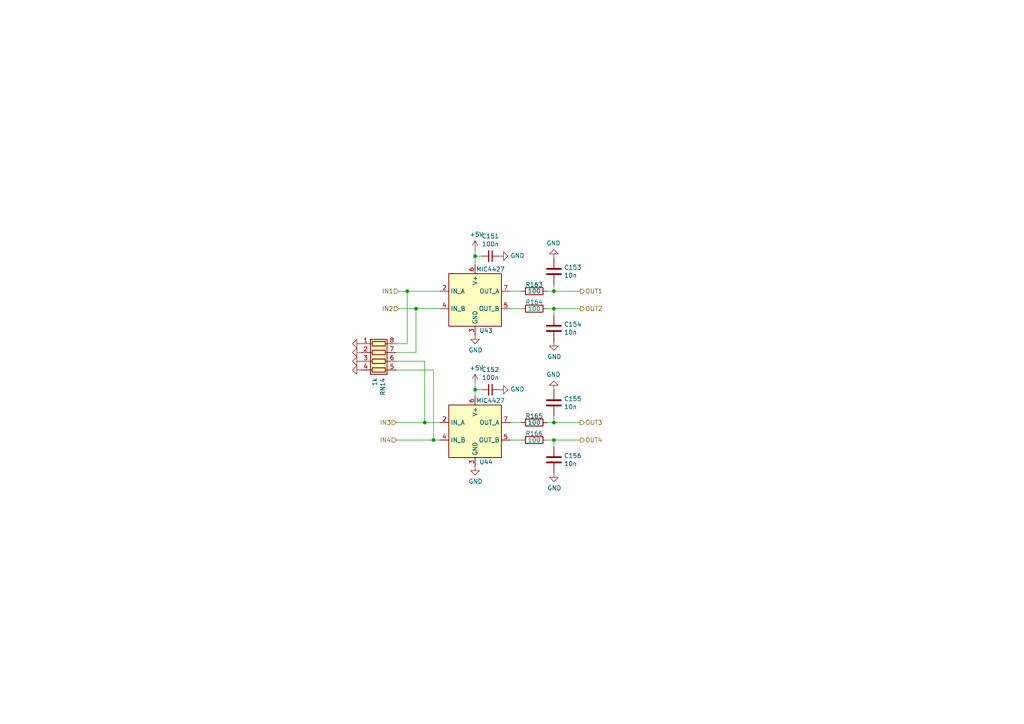
<source format=kicad_sch>
(kicad_sch (version 20231120) (generator "eeschema") (generator_version "8.0")
  (paper "A4")
  (lib_symbols
    (symbol "Device:C" (pin_numbers hide) (pin_names (offset 0.254))
      (property "Reference" "C" (at 0.635 2.54 0))
      (property "Value" "C" (at 0.635 -2.54 0))
      (symbol "C_0_1"
        (polyline (pts (xy -2.032 -0.762) (xy 2.032 -0.762)) (stroke (width 0.508)))
        (polyline (pts (xy -2.032 0.762) (xy 2.032 0.762)) (stroke (width 0.508)))
      )
      (symbol "C_1_1"
        (pin passive line (at 0 3.81 270) (length 2.794) (name "~") (number "1"))
        (pin passive line (at 0 -3.81 90) (length 2.794) (name "~") (number "2"))
      )
    )
    (symbol "Device:C_Small" (pin_numbers hide) (pin_names (offset 0.254) hide)
      (property "Reference" "C" (at 0.254 1.778 0))
      (property "Value" "C_Small" (at 0.254 -2.032 0))
      (symbol "C_Small_0_1"
        (polyline (pts (xy -1.524 -0.508) (xy 1.524 -0.508)) (stroke (width 0.3302)))
        (polyline (pts (xy -1.524 0.508) (xy 1.524 0.508)) (stroke (width 0.3048)))
      )
      (symbol "C_Small_1_1"
        (pin passive line (at 0 2.54 270) (length 2.032) (name "~") (number "1"))
        (pin passive line (at 0 -2.54 90) (length 2.032) (name "~") (number "2"))
      )
    )
    (symbol "Device:R" (pin_numbers hide) (pin_names (offset 0))
      (property "Reference" "R" (at 2.032 0 90))
      (property "Value" "R" (at 0 0 90))
      (symbol "R_0_1"
        (rectangle (start -1.016 -2.54) (end 1.016 2.54) (stroke (width 0.254)))
      )
      (symbol "R_1_1"
        (pin passive line (at 0 3.81 270) (length 1.27) (name "~") (number "1"))
        (pin passive line (at 0 -3.81 90) (length 1.27) (name "~") (number "2"))
      )
    )
    (symbol "Device:R_Pack04" (pin_names (offset 0) hide)
      (property "Reference" "RN" (at -7.62 0 90))
      (property "Value" "R_Pack04" (at 5.08 0 90))
      (symbol "R_Pack04_0_1"
        (rectangle (start -6.35 -2.413) (end 3.81 2.413) (stroke (width 0.254)) (fill (type background)))
        (rectangle (start -5.715 1.905) (end -4.445 -1.905) (stroke (width 0.254)))
        (rectangle (start -3.175 1.905) (end -1.905 -1.905) (stroke (width 0.254)))
        (rectangle (start -0.635 1.905) (end 0.635 -1.905) (stroke (width 0.254)))
        (polyline (pts (xy -5.08 -2.54) (xy -5.08 -1.905)))
        (polyline (pts (xy -5.08 1.905) (xy -5.08 2.54)))
        (polyline (pts (xy -2.54 -2.54) (xy -2.54 -1.905)))
        (polyline (pts (xy -2.54 1.905) (xy -2.54 2.54)))
        (polyline (pts (xy 0 -2.54) (xy 0 -1.905)))
        (polyline (pts (xy 0 1.905) (xy 0 2.54)))
        (polyline (pts (xy 2.54 -2.54) (xy 2.54 -1.905)))
        (polyline (pts (xy 2.54 1.905) (xy 2.54 2.54)))
        (rectangle (start 1.905 1.905) (end 3.175 -1.905) (stroke (width 0.254)))
      )
      (symbol "R_Pack04_1_1"
        (pin passive line (at -5.08 -5.08 90) (length 2.54) (name "R1.1") (number "1"))
        (pin passive line (at -2.54 -5.08 90) (length 2.54) (name "R2.1") (number "2"))
        (pin passive line (at 0 -5.08 90) (length 2.54) (name "R3.1") (number "3"))
        (pin passive line (at 2.54 -5.08 90) (length 2.54) (name "R4.1") (number "4"))
        (pin passive line (at 2.54 5.08 270) (length 2.54) (name "R4.2") (number "5"))
        (pin passive line (at 0 5.08 270) (length 2.54) (name "R3.2") (number "6"))
        (pin passive line (at -2.54 5.08 270) (length 2.54) (name "R2.2") (number "7"))
        (pin passive line (at -5.08 5.08 270) (length 2.54) (name "R1.2") (number "8"))
      )
    )
    (symbol "Driver_FET:MIC4427"
      (property "Reference" "U" (at -7.62 8.89 0))
      (property "Value" "MIC4427" (at 1.27 8.89 0))
      (symbol "MIC4427_0_1"
        (rectangle (start -7.62 -7.62) (end 7.62 7.62) (stroke (width 0.254)) (fill (type background)))
      )
      (symbol "MIC4427_1_1"
        (pin no_connect line (at -7.62 0 0) (length 2.54) hide (name "NC") (number "1"))
        (pin input line (at -10.16 2.54 0) (length 2.54) (name "IN_A") (number "2"))
        (pin power_in line (at 0 -10.16 90) (length 2.54) (name "GND") (number "3"))
        (pin input line (at -10.16 -2.54 0) (length 2.54) (name "IN_B") (number "4"))
        (pin output line (at 10.16 -2.54 180) (length 2.54) (name "OUT_B") (number "5"))
        (pin power_in line (at 0 10.16 270) (length 2.54) (name "V+") (number "6"))
        (pin output line (at 10.16 2.54 180) (length 2.54) (name "OUT_A") (number "7"))
        (pin no_connect line (at 7.62 0 180) (length 2.54) hide (name "NC") (number "8"))
      )
    )
    (symbol "power:+5V" (power) (pin_names (offset 0))
      (property "Value" "+5V" (at 0 3.556 0))
      (symbol "+5V_0_1"
        (polyline (pts (xy -0.762 1.27) (xy 0 2.54)))
        (polyline (pts (xy 0 0) (xy 0 2.54)))
        (polyline (pts (xy 0 2.54) (xy 0.762 1.27)))
      )
      (symbol "+5V_1_1"
        (pin power_in line (at 0 0 90) (length 0) hide (name "+5V") (number "1"))
      )
    )
    (symbol "power:GND" (power) (pin_names (offset 0))
      (property "Value" "GND" (at 0 -3.81 0))
      (symbol "GND_0_1"
        (polyline (pts (xy 0 0) (xy 0 -1.27) (xy 1.27 -1.27) (xy 0 -2.54) (xy -1.27 -1.27) (xy 0 -1.27)))
      )
      (symbol "GND_1_1"
        (pin power_in line (at 0 0 270) (length 0) hide (name "GND") (number "1"))
      )
    )
  )
  (junction (at 123.19 122.555))
  (junction (at 118.11 84.455))
  (junction (at 160.655 122.555))
  (junction (at 160.655 84.455))
  (junction (at 160.655 89.535))
  (junction (at 125.73 127.635))
  (junction (at 137.795 113.03))
  (junction (at 120.65 89.535))
  (junction (at 160.655 127.635))
  (junction (at 137.795 74.295))
  (wire (pts (xy 123.19 104.775) (xy 114.935 104.775)))
  (wire (pts (xy 160.655 89.535) (xy 158.75 89.535)))
  (wire (pts (xy 114.935 127.635) (xy 125.73 127.635)))
  (wire (pts (xy 160.655 91.44) (xy 160.655 89.535)))
  (wire (pts (xy 139.7 74.295) (xy 137.795 74.295)))
  (wire (pts (xy 125.73 107.315) (xy 114.935 107.315)))
  (wire (pts (xy 151.13 89.535) (xy 147.955 89.535)))
  (wire (pts (xy 168.275 84.455) (xy 160.655 84.455)))
  (wire (pts (xy 114.935 102.235) (xy 120.65 102.235)))
  (wire (pts (xy 115.57 89.535) (xy 120.65 89.535)))
  (wire (pts (xy 137.795 74.295) (xy 137.795 76.835)))
  (wire (pts (xy 115.57 84.455) (xy 118.11 84.455)))
  (wire (pts (xy 151.13 84.455) (xy 147.955 84.455)))
  (wire (pts (xy 137.795 113.03) (xy 137.795 114.935)))
  (wire (pts (xy 151.13 122.555) (xy 147.955 122.555)))
  (wire (pts (xy 120.65 89.535) (xy 120.65 102.235)))
  (wire (pts (xy 125.73 127.635) (xy 127.635 127.635)))
  (wire (pts (xy 158.75 127.635) (xy 160.655 127.635)))
  (wire (pts (xy 158.75 122.555) (xy 160.655 122.555)))
  (wire (pts (xy 139.7 113.03) (xy 137.795 113.03)))
  (wire (pts (xy 114.935 122.555) (xy 123.19 122.555)))
  (wire (pts (xy 160.655 84.455) (xy 160.655 82.55)))
  (wire (pts (xy 137.795 72.39) (xy 137.795 74.295)))
  (wire (pts (xy 160.655 122.555) (xy 168.275 122.555)))
  (wire (pts (xy 160.655 89.535) (xy 168.275 89.535)))
  (wire (pts (xy 168.275 127.635) (xy 160.655 127.635)))
  (wire (pts (xy 120.65 89.535) (xy 127.635 89.535)))
  (wire (pts (xy 158.75 84.455) (xy 160.655 84.455)))
  (wire (pts (xy 160.655 122.555) (xy 160.655 120.65)))
  (wire (pts (xy 125.73 107.315) (xy 125.73 127.635)))
  (wire (pts (xy 123.19 122.555) (xy 127.635 122.555)))
  (wire (pts (xy 137.795 111.125) (xy 137.795 113.03)))
  (wire (pts (xy 118.11 84.455) (xy 118.11 99.695)))
  (wire (pts (xy 118.11 84.455) (xy 127.635 84.455)))
  (wire (pts (xy 151.13 127.635) (xy 147.955 127.635)))
  (wire (pts (xy 123.19 104.775) (xy 123.19 122.555)))
  (wire (pts (xy 160.655 127.635) (xy 160.655 129.54)))
  (wire (pts (xy 114.935 99.695) (xy 118.11 99.695)))
  (hierarchical_label "OUT4" (shape output) (at 168.275 127.635 0))
  (hierarchical_label "OUT1" (shape output) (at 168.275 84.455 0))
  (hierarchical_label "OUT3" (shape output) (at 168.275 122.555 0))
  (hierarchical_label "IN2" (shape input) (at 115.57 89.535 180))
  (hierarchical_label "IN4" (shape input) (at 114.935 127.635 180))
  (hierarchical_label "IN1" (shape input) (at 115.57 84.455 180))
  (hierarchical_label "IN3" (shape input) (at 114.935 122.555 180))
  (hierarchical_label "OUT2" (shape output) (at 168.275 89.535 0))
  (symbol (lib_id "Device:R_Pack04") (at 109.855 104.775 270) (unit 1)
    (property "Reference" "RN14" (at 111.0234 109.5502 0) (effects (justify left)))
    (property "Value" "1k" (at 108.712 109.5502 0) (effects (justify left)))
    (property "Footprint" "Resistor_SMD:R_Array_Convex_4x0603" (effects (hide yes)))
    (property "LCSC" "C20197" (effects (hide yes)))
    (property "PN" "4D03WGJ0102T5E" (effects (hide yes)))
    (instances (project "ECUGDI" (path "" (reference "RN14") (unit 1)) (path "" (reference "RN16") (unit 1))) (project "proteus" (path "" (reference "RN1601") (unit 1)) (path "" (reference "RN1701") (unit 1)) (path "" (reference "RN1801") (unit 1))))
  )
  (symbol (lib_id "power:GND") (at 104.775 99.695 270) (unit 1)
    (property "Reference" "#PWR0331" (effects (hide yes)))
    (property "Value" "GND" (effects (hide yes)))
    (instances (project "ECUGDI" (path "" (reference "#PWR0331") (unit 1)) (path "" (reference "#PWR0359") (unit 1))) (project "proteus" (path "" (reference "#PWR0200") (unit 1)) (path "" (reference "#PWR0204") (unit 1)) (path "" (reference "#PWR0208") (unit 1))))
  )
  (symbol (lib_id "Device:R") (at 154.94 89.535 270) (unit 1)
    (property "Reference" "R164" (at 154.94 87.63 90))
    (property "Value" "100" (at 154.94 89.535 90))
    (property "Footprint" "Resistor_SMD:R_0805_2012Metric" (effects (hide yes)))
    (property "LCSC" "C17408" (effects (hide yes)))
    (property "PN" "RC0805FR-07100RL" (effects (hide yes)))
    (instances (project "ECUGDI" (path "" (reference "R164") (unit 1)) (path "" (reference "R172") (unit 1))) (project "proteus" (path "" (reference "R1602") (unit 1)) (path "" (reference "R1702") (unit 1)) (path "" (reference "R1802") (unit 1))))
  )
  (symbol (lib_id "Device:C_Small") (at 142.24 74.295 270) (unit 1)
    (property "Reference" "C151" (at 142.24 68.4784 90))
    (property "Value" "100n" (at 142.24 70.7898 90))
    (property "Footprint" "Capacitor_SMD:C_0603_1608Metric" (effects (hide yes)))
    (property "LCSC" "C14663" (effects (hide yes)))
    (property "PN" "CC0603KRX7R9BB104" (effects (hide yes)))
    (instances (project "ECUGDI" (path "" (reference "C151") (unit 1)) (path "" (reference "C163") (unit 1))) (project "proteus" (path "" (reference "C1604") (unit 1)) (path "" (reference "C1701") (unit 1)) (path "" (reference "C1801") (unit 1))))
  )
  (symbol (lib_id "power:+5V") (at 137.795 72.39 0) (unit 1)
    (property "Reference" "#PWR0335" (effects (hide yes)))
    (property "Value" "+5V" (at 138.176 67.9958 0))
    (instances (project "ECUGDI" (path "" (reference "#PWR0335") (unit 1)) (path "" (reference "#PWR0363") (unit 1))) (project "proteus" (path "" (reference "#PWR0169") (unit 1)) (path "" (reference "#PWR0179") (unit 1)) (path "" (reference "#PWR0189") (unit 1))))
  )
  (symbol (lib_id "power:GND") (at 160.655 99.06 0) (unit 1)
    (property "Reference" "#PWR0342" (effects (hide yes)))
    (property "Value" "GND" (at 160.782 103.4542 0))
    (instances (project "ECUGDI" (path "" (reference "#PWR0342") (unit 1)) (path "" (reference "#PWR0370") (unit 1))) (project "proteus" (path "" (reference "#PWR0173") (unit 1)) (path "" (reference "#PWR0183") (unit 1)) (path "" (reference "#PWR0193") (unit 1))))
  )
  (symbol (lib_id "Device:C") (at 160.655 78.74 180) (unit 1)
    (property "Reference" "C153" (at 163.576 77.5716 0) (effects (justify right)))
    (property "Value" "10n" (at 163.576 79.883 0) (effects (justify right)))
    (property "Footprint" "Capacitor_SMD:C_0603_1608Metric" (effects (hide yes)))
    (property "LCSC" "C57112" (effects (hide yes)))
    (property "PN" "0603B103K500NT" (effects (hide yes)))
    (instances (project "ECUGDI" (path "" (reference "C153") (unit 1)) (path "" (reference "C165") (unit 1))) (project "proteus" (path "" (reference "C1605") (unit 1)) (path "" (reference "C1702") (unit 1)) (path "" (reference "C1802") (unit 1))))
  )
  (symbol (lib_id "power:+5V") (at 137.795 111.125 0) (unit 1)
    (property "Reference" "#PWR0337" (effects (hide yes)))
    (property "Value" "+5V" (at 138.176 106.7308 0))
    (instances (project "ECUGDI" (path "" (reference "#PWR0337") (unit 1)) (path "" (reference "#PWR0365") (unit 1))) (project "proteus" (path "" (reference "#PWR0170") (unit 1)) (path "" (reference "#PWR0180") (unit 1)) (path "" (reference "#PWR0190") (unit 1))))
  )
  (symbol (lib_id "power:GND") (at 144.78 113.03 90) (unit 1)
    (property "Reference" "#PWR0340" (effects (hide yes)))
    (property "Value" "GND" (at 148.0312 112.903 90) (effects (justify right)))
    (instances (project "ECUGDI" (path "" (reference "#PWR0340") (unit 1)) (path "" (reference "#PWR0368") (unit 1))) (project "proteus" (path "" (reference "#PWR0171") (unit 1)) (path "" (reference "#PWR0181") (unit 1)) (path "" (reference "#PWR0191") (unit 1))))
  )
  (symbol (lib_id "Device:R") (at 154.94 127.635 270) (unit 1)
    (property "Reference" "R166" (at 154.94 125.73 90))
    (property "Value" "100" (at 154.94 127.635 90))
    (property "Footprint" "Resistor_SMD:R_0805_2012Metric" (effects (hide yes)))
    (property "LCSC" "C17408" (effects (hide yes)))
    (property "PN" "RC0805FR-07100RL" (effects (hide yes)))
    (instances (project "ECUGDI" (path "" (reference "R166") (unit 1)) (path "" (reference "R174") (unit 1))) (project "proteus" (path "" (reference "R1604") (unit 1)) (path "" (reference "R1704") (unit 1)) (path "" (reference "R1804") (unit 1))))
  )
  (symbol (lib_id "Device:C") (at 160.655 116.84 180) (unit 1)
    (property "Reference" "C155" (at 163.576 115.6716 0) (effects (justify right)))
    (property "Value" "10n" (at 163.576 117.983 0) (effects (justify right)))
    (property "Footprint" "Capacitor_SMD:C_0603_1608Metric" (effects (hide yes)))
    (property "LCSC" "C57112" (effects (hide yes)))
    (property "PN" "0603B103K500NT" (effects (hide yes)))
    (instances (project "ECUGDI" (path "" (reference "C155") (unit 1)) (path "" (reference "C167") (unit 1))) (project "proteus" (path "" (reference "C1608") (unit 1)) (path "" (reference "C1705") (unit 1)) (path "" (reference "C1805") (unit 1))))
  )
  (symbol (lib_id "Device:C") (at 160.655 133.35 0) (unit 1)
    (property "Reference" "C156" (at 163.576 132.1816 0) (effects (justify left)))
    (property "Value" "10n" (at 163.576 134.493 0) (effects (justify left)))
    (property "Footprint" "Capacitor_SMD:C_0603_1608Metric" (effects (hide yes)))
    (property "LCSC" "C57112" (effects (hide yes)))
    (property "PN" "0603B103K500NT" (effects (hide yes)))
    (instances (project "ECUGDI" (path "" (reference "C156") (unit 1)) (path "" (reference "C168") (unit 1))) (project "proteus" (path "" (reference "C1609") (unit 1)) (path "" (reference "C1706") (unit 1)) (path "" (reference "C1806") (unit 1))))
  )
  (symbol (lib_id "power:GND") (at 104.775 104.775 270) (unit 1)
    (property "Reference" "#PWR0333" (effects (hide yes)))
    (property "Value" "GND" (effects (hide yes)))
    (instances (project "ECUGDI" (path "" (reference "#PWR0333") (unit 1)) (path "" (reference "#PWR0361") (unit 1))) (project "proteus" (path "" (reference "#PWR0198") (unit 1)) (path "" (reference "#PWR0202") (unit 1)) (path "" (reference "#PWR0206") (unit 1))))
  )
  (symbol (lib_id "Driver_FET:MIC4427") (at 137.795 125.095 0) (unit 1)
    (property "Reference" "U44" (at 140.97 133.985 0))
    (property "Value" "MIC4427" (at 142.24 116.205 0))
    (property "Footprint" "Package_SO:SOIC-8_3.9x4.9mm_P1.27mm" (effects (hide yes)))
    (property "Datasheet" "http://ww1.microchip.com/downloads/en/DeviceDoc/mic4426.pdf" (effects (hide yes)))
    (property "LCSC" "C20551" (effects (hide yes)))
    (property "PN" "TC4427EOA" (effects (hide yes)))
    (instances (project "ECUGDI" (path "" (reference "U44") (unit 1)) (path "" (reference "U48") (unit 1))) (project "proteus" (path "" (reference "U1603") (unit 1)) (path "" (reference "U1702") (unit 1)) (path "" (reference "U1802") (unit 1))))
  )
  (symbol (lib_id "power:GND") (at 160.655 137.16 0) (unit 1)
    (property "Reference" "#PWR0344" (effects (hide yes)))
    (property "Value" "GND" (at 160.782 141.5542 0))
    (instances (project "ECUGDI" (path "" (reference "#PWR0344") (unit 1)) (path "" (reference "#PWR0372") (unit 1))) (project "proteus" (path "" (reference "#PWR0176") (unit 1)) (path "" (reference "#PWR0186") (unit 1)) (path "" (reference "#PWR0196") (unit 1))))
  )
  (symbol (lib_id "power:GND") (at 104.775 102.235 270) (unit 1)
    (property "Reference" "#PWR0332" (effects (hide yes)))
    (property "Value" "GND" (effects (hide yes)))
    (instances (project "ECUGDI" (path "" (reference "#PWR0332") (unit 1)) (path "" (reference "#PWR0360") (unit 1))) (project "proteus" (path "" (reference "#PWR0199") (unit 1)) (path "" (reference "#PWR0203") (unit 1)) (path "" (reference "#PWR0207") (unit 1))))
  )
  (symbol (lib_id "power:GND") (at 160.655 113.03 180) (unit 1)
    (property "Reference" "#PWR0343" (effects (hide yes)))
    (property "Value" "GND" (at 160.528 108.6358 0))
    (instances (project "ECUGDI" (path "" (reference "#PWR0343") (unit 1)) (path "" (reference "#PWR0371") (unit 1))) (project "proteus" (path "" (reference "#PWR0175") (unit 1)) (path "" (reference "#PWR0185") (unit 1)) (path "" (reference "#PWR0195") (unit 1))))
  )
  (symbol (lib_id "Device:C_Small") (at 142.24 113.03 270) (unit 1)
    (property "Reference" "C152" (at 142.24 107.2134 90))
    (property "Value" "100n" (at 142.24 109.5248 90))
    (property "Footprint" "Capacitor_SMD:C_0603_1608Metric" (effects (hide yes)))
    (property "LCSC" "C14663" (effects (hide yes)))
    (property "PN" "CC0603KRX7R9BB104" (effects (hide yes)))
    (instances (project "ECUGDI" (path "" (reference "C152") (unit 1)) (path "" (reference "C164") (unit 1))) (project "proteus" (path "" (reference "C1607") (unit 1)) (path "" (reference "C1704") (unit 1)) (path "" (reference "C1804") (unit 1))))
  )
  (symbol (lib_id "power:GND") (at 137.795 135.255 0) (unit 1)
    (property "Reference" "#PWR0338" (effects (hide yes)))
    (property "Value" "GND" (at 137.922 139.6492 0))
    (instances (project "ECUGDI" (path "" (reference "#PWR0338") (unit 1)) (path "" (reference "#PWR0366") (unit 1))) (project "proteus" (path "" (reference "#PWR0168") (unit 1)) (path "" (reference "#PWR0178") (unit 1)) (path "" (reference "#PWR0188") (unit 1))))
  )
  (symbol (lib_id "Device:R") (at 154.94 122.555 270) (unit 1)
    (property "Reference" "R165" (at 154.94 120.65 90))
    (property "Value" "100" (at 154.94 122.555 90))
    (property "Footprint" "Resistor_SMD:R_0805_2012Metric" (effects (hide yes)))
    (property "LCSC" "C17408" (effects (hide yes)))
    (property "PN" "RC0805FR-07100RL" (effects (hide yes)))
    (instances (project "ECUGDI" (path "" (reference "R165") (unit 1)) (path "" (reference "R173") (unit 1))) (project "proteus" (path "" (reference "R1603") (unit 1)) (path "" (reference "R1703") (unit 1)) (path "" (reference "R1803") (unit 1))))
  )
  (symbol (lib_id "Device:C") (at 160.655 95.25 0) (unit 1)
    (property "Reference" "C154" (at 163.576 94.0816 0) (effects (justify left)))
    (property "Value" "10n" (at 163.576 96.393 0) (effects (justify left)))
    (property "Footprint" "Capacitor_SMD:C_0603_1608Metric" (effects (hide yes)))
    (property "LCSC" "C57112" (effects (hide yes)))
    (property "PN" "0603B103K500NT" (effects (hide yes)))
    (instances (project "ECUGDI" (path "" (reference "C154") (unit 1)) (path "" (reference "C166") (unit 1))) (project "proteus" (path "" (reference "C1606") (unit 1)) (path "" (reference "C1703") (unit 1)) (path "" (reference "C1803") (unit 1))))
  )
  (symbol (lib_id "Driver_FET:MIC4427") (at 137.795 86.995 0) (unit 1)
    (property "Reference" "U43" (at 140.97 95.885 0))
    (property "Value" "MIC4427" (at 142.24 78.105 0))
    (property "Footprint" "Package_SO:SOIC-8_3.9x4.9mm_P1.27mm" (effects (hide yes)))
    (property "Datasheet" "http://ww1.microchip.com/downloads/en/DeviceDoc/mic4426.pdf" (effects (hide yes)))
    (property "LCSC" "C20551" (effects (hide yes)))
    (property "PN" "TC4427EOA" (effects (hide yes)))
    (instances (project "ECUGDI" (path "" (reference "U43") (unit 1)) (path "" (reference "U47") (unit 1))) (project "proteus" (path "" (reference "U1602") (unit 1)) (path "" (reference "U1701") (unit 1)) (path "" (reference "U1801") (unit 1))))
  )
  (symbol (lib_id "Device:R") (at 154.94 84.455 270) (unit 1)
    (property "Reference" "R163" (at 154.94 82.55 90))
    (property "Value" "100" (at 154.94 84.455 90))
    (property "Footprint" "Resistor_SMD:R_0805_2012Metric" (effects (hide yes)))
    (property "LCSC" "C17408" (effects (hide yes)))
    (property "PN" "RC0805FR-07100RL" (effects (hide yes)))
    (instances (project "ECUGDI" (path "" (reference "R163") (unit 1)) (path "" (reference "R171") (unit 1))) (project "proteus" (path "" (reference "R1601") (unit 1)) (path "" (reference "R1701") (unit 1)) (path "" (reference "R1801") (unit 1))))
  )
  (symbol (lib_id "power:GND") (at 160.655 74.93 180) (unit 1)
    (property "Reference" "#PWR0341" (effects (hide yes)))
    (property "Value" "GND" (at 160.528 70.5358 0))
    (instances (project "ECUGDI" (path "" (reference "#PWR0341") (unit 1)) (path "" (reference "#PWR0369") (unit 1))) (project "proteus" (path "" (reference "#PWR0174") (unit 1)) (path "" (reference "#PWR0184") (unit 1)) (path "" (reference "#PWR0194") (unit 1))))
  )
  (symbol (lib_id "power:GND") (at 144.78 74.295 90) (unit 1)
    (property "Reference" "#PWR0339" (effects (hide yes)))
    (property "Value" "GND" (at 148.0312 74.168 90) (effects (justify right)))
    (instances (project "ECUGDI" (path "" (reference "#PWR0339") (unit 1)) (path "" (reference "#PWR0367") (unit 1))) (project "proteus" (path "" (reference "#PWR0172") (unit 1)) (path "" (reference "#PWR0182") (unit 1)) (path "" (reference "#PWR0192") (unit 1))))
  )
  (symbol (lib_id "power:GND") (at 137.795 97.155 0) (unit 1)
    (property "Reference" "#PWR0336" (effects (hide yes)))
    (property "Value" "GND" (at 137.922 101.5492 0))
    (instances (project "ECUGDI" (path "" (reference "#PWR0336") (unit 1)) (path "" (reference "#PWR0364") (unit 1))) (project "proteus" (path "" (reference "#PWR0167") (unit 1)) (path "" (reference "#PWR0177") (unit 1)) (path "" (reference "#PWR0187") (unit 1))))
  )
  (symbol (lib_id "power:GND") (at 104.775 107.315 270) (unit 1)
    (property "Reference" "#PWR0334" (effects (hide yes)))
    (property "Value" "GND" (effects (hide yes)))
    (instances (project "ECUGDI" (path "" (reference "#PWR0334") (unit 1)) (path "" (reference "#PWR0362") (unit 1))) (project "proteus" (path "" (reference "#PWR0197") (unit 1)) (path "" (reference "#PWR0201") (unit 1)) (path "" (reference "#PWR0205") (unit 1))))
  )
)
</source>
